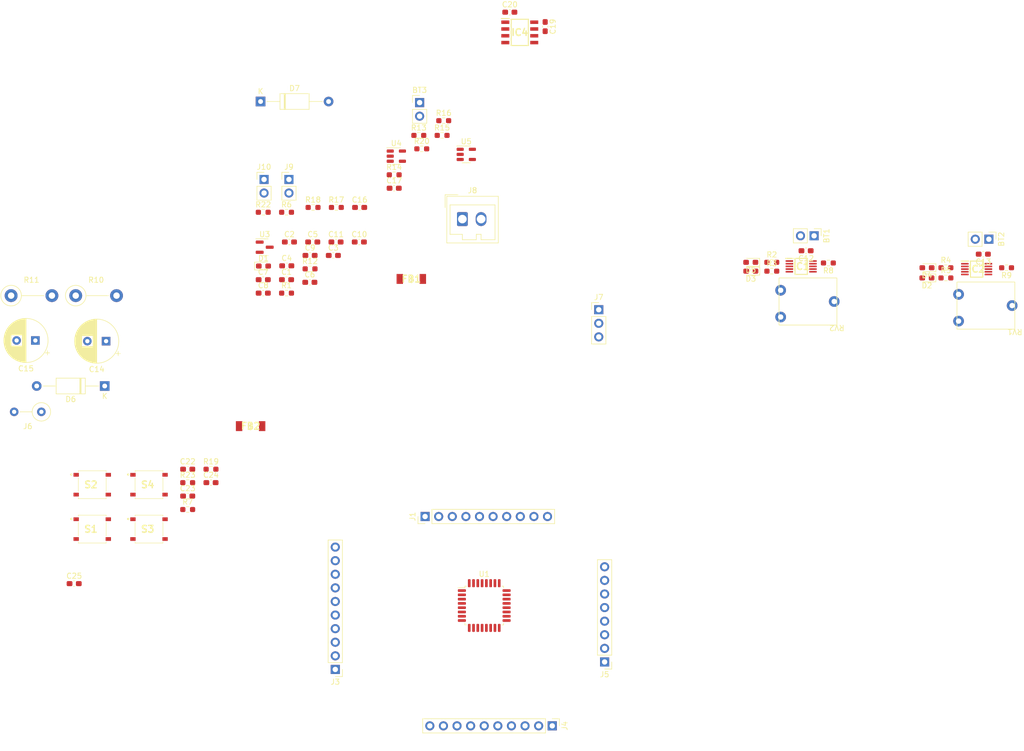
<source format=kicad_pcb>
(kicad_pcb (version 20211014) (generator pcbnew)
  (layers (0 "F.Cu" signal) (31 "B.Cu" signal) (34 "B.Paste" user) (35 "F.Paste" user) (36 "B.SilkS" user "B.Silkscreen") (37 "F.SilkS" user "F.Silkscreen") (38 "B.Mask" user) (39 "F.Mask" user) (44 "Edge.Cuts" user))
  (net 0 "")
  (net 1 "Net-(BT3-Pad1)")
  (net 2 "GND")
  (net 3 "Net-(C16-Pad1)")
  (net 4 "Net-(C14-Pad1)")
  (net 5 "Net-(C14-Pad2)")
  (net 6 "Net-(D2-Pad1)")
  (net 7 "VBUS")
  (net 8 "Net-(D3-Pad1)")
  (net 9 "Net-(D4-Pad1)")
  (net 10 "Net-(D5-Pad1)")
  (net 11 "+3.3VA")
  (net 12 "+5V")
  (net 13 "Net-(IC1-Pad3)")
  (net 14 "Net-(IC1-Pad4)")
  (net 15 "Net-(IC1-Pad6)")
  (net 17 "Net-(IC1-Pad8)")
  (net 18 "Net-(IC2-Pad3)")
  (net 19 "Net-(IC2-Pad4)")
  (net 20 "Net-(IC2-Pad6)")
  (net 22 "Net-(IC2-Pad8)")
  (net 23 "SPI_MOSI")
  (net 24 "SPI_MISO")
  (net 25 "SPI_CLK")
  (net 26 "SPI_SS")
  (net 27 "SDW_DO")
  (net 28 "SWD_CLK")
  (net 29 "I2C_CLK")
  (net 30 "I2C_SDA")
  (net 31 "wakeup1")
  (net 32 "RCC_MCO_clk")
  (net 33 "/NRST")
  (net 34 "PB9")
  (net 35 "PA7")
  (net 36 "Net-(C17-Pad2)")
  (net 37 "Net-(D1-Pad1)")
  (net 38 "PB1")
  (net 39 "PB0")
  (net 40 "PA2")
  (net 41 "PA1")
  (net 42 "UART_TX")
  (net 43 "UART_RX")
  (net 44 "UART_CTS")
  (net 45 "UART_RTS")
  (net 46 "/osc_in")
  (net 47 "/osc_out")
  (net 48 "ADC1")
  (net 49 "ADC2")
  (net 50 "Net-(D6-Pad2)")
  (net 51 "+VDC")
  (net 54 "Net-(J9-Pad1)")
  (net 55 "Net-(J10-Pad1)")
  (net 56 "Net-(R6-Pad2)")
  (net 57 "ADC4")
  (net 58 "test_pwm")
  (net 59 "Net-(R15-Pad1)")
  (net 60 "Net-(JP1-Pad2)")
  (net 61 "ADC3")
  (net 62 "Net-(JP2-Pad1)")
  (net 63 "Net-(Q1-Pad2)")
  (net 64 "Net-(C3-Pad2)")
  (net 65 "OpAmp_power")
  (net 66 "/power_USB_BATT/LDO")
  (net 70 "Net-(C18-Pad2)")
  (net 71 "Net-(C22-Pad2)")
  (net 72 "Net-(C23-Pad2)")
  (net 73 "Net-(C24-Pad2)")
  (net 77 "ADC5")
  (footprint "Resistor_SMD:R_0603_1608Metric_Pad0.98x0.95mm_HandSolder" (layer "F.Cu") (at 184.612 72.2884 180)
    (fp_text reference "R8" (at 0 -1.43) (layer "F.SilkS"))
    (fp_text value "10k")
    (pad "1" smd roundrect (at -0.9125 0 180) (size 0.975 0.95) (layers "F.Cu" "F.Paste" "F.Mask") (net 2 "GND"))
    (pad "2" smd roundrect (at 0.9125 0 180) (size 0.975 0.95) (layers "F.Cu" "F.Paste" "F.Mask") (net 17 "Net-(IC1-Pad8)"))
  )
  (footprint "Resistor_THT:R_Axial_DIN0411_L9.9mm_D3.6mm_P7.62mm_Vertical" (layer "F.Cu") (at 44.069 78.3844)
    (fp_text reference "R10" (at 3.81 -2.92) (layer "F.SilkS"))
    (fp_text value "1M")
    (pad "1" thru_hole circle (at 0 0) (size 2.4 2.4) (drill 1.2) (layers *.Cu *.Mask) (net 5 "Net-(C14-Pad2)"))
    (pad "2" thru_hole oval (at 7.62 0) (size 2.4 2.4) (drill 1.2) (layers *.Cu *.Mask) (net 4 "Net-(C14-Pad1)"))
  )
  (footprint "Diode_THT:D_A-405_P12.70mm_Horizontal" (layer "F.Cu") (at 78.585 42.1164)
    (fp_text reference "D7" (at 6.35 -2.47) (layer "F.SilkS"))
    (fp_text value "D_Shockley")
    (fp_text user "K" (at 0 -1.9) (layer "F.SilkS"))
    (pad "1" thru_hole rect (at 0 0) (size 1.8 1.8) (drill 0.9) (layers *.Cu *.Mask) (net 51 "+VDC"))
    (pad "2" thru_hole oval (at 12.7 0) (size 1.8 1.8) (drill 0.9) (layers *.Cu *.Mask) (net 12 "+5V"))
  )
  (footprint "Resistor_SMD:R_0603_1608Metric_Pad0.98x0.95mm_HandSolder" (layer "F.Cu") (at 174.0475 73.8124)
    (fp_text reference "R3" (at 0 -1.43) (layer "F.SilkS"))
    (fp_text value "470")
    (pad "1" smd roundrect (at -0.9125 0) (size 0.975 0.95) (layers "F.Cu" "F.Paste" "F.Mask") (net 8 "Net-(D3-Pad1)"))
    (pad "2" smd roundrect (at 0.9125 0) (size 0.975 0.95) (layers "F.Cu" "F.Paste" "F.Mask") (net 14 "Net-(IC1-Pad4)"))
  )
  (footprint "Resistor_SMD:R_0603_1608Metric_Pad0.98x0.95mm_HandSolder" (layer "F.Cu") (at 103.535 55.8064)
    (fp_text reference "R14" (at 0 -1.43) (layer "F.SilkS"))
    (fp_text value "10k")
    (pad "1" smd roundrect (at -0.9125 0) (size 0.975 0.95) (layers "F.Cu" "F.Paste" "F.Mask") (net 3 "Net-(C16-Pad1)"))
    (pad "2" smd roundrect (at 0.9125 0) (size 0.975 0.95) (layers "F.Cu" "F.Paste" "F.Mask") (net 58 "test_pwm"))
  )
  (footprint "Connector_Wago:Wago_734-132_1x02_P3.50mm_Vertical" (layer "F.Cu") (at 116.2656 64.0858)
    (fp_text reference "J8" (at 1.9 -5.35) (layer "F.SilkS"))
    (fp_text value "Conn_01x02")
    (pad "1" thru_hole roundrect (at 0 0) (size 2 2.6) (drill 1.6) (layers *.Cu *.Mask) (roundrect_rratio 0.125) (net 2 "GND"))
    (pad "2" thru_hole oval (at 3.5 0) (size 2 2.6) (drill 1.6) (layers *.Cu *.Mask) (net 1 "Net-(BT3-Pad1)"))
  )
  (footprint "Resistor_SMD:R_0603_1608Metric_Pad0.98x0.95mm_HandSolder" (layer "F.Cu") (at 174.0475 72.1614)
    (fp_text reference "R2" (at 0 -1.43) (layer "F.SilkS"))
    (fp_text value "470")
    (pad "1" smd roundrect (at -0.9125 0) (size 0.975 0.95) (layers "F.Cu" "F.Paste" "F.Mask") (net 6 "Net-(D2-Pad1)"))
    (pad "2" smd roundrect (at 0.9125 0) (size 0.975 0.95) (layers "F.Cu" "F.Paste" "F.Mask") (net 13 "Net-(IC1-Pad3)"))
  )
  (footprint "LED_SMD:LED_0603_1608Metric_Pad1.05x0.95mm_HandSolder" (layer "F.Cu") (at 170.12 72.1614 180)
    (fp_text reference "D5" (at 0 -1.43) (layer "F.SilkS"))
    (fp_text value "LED_Small")
    (pad "1" smd roundrect (at -0.875 0 180) (size 1.05 0.95) (layers "F.Cu" "F.Paste" "F.Mask") (net 10 "Net-(D5-Pad1)"))
    (pad "2" smd roundrect (at 0.875 0 180) (size 1.05 0.95) (layers "F.Cu" "F.Paste" "F.Mask") (net 12 "+5V"))
  )
  (footprint "Resistor_SMD:R_0603_1608Metric_Pad0.98x0.95mm_HandSolder" (layer "F.Cu") (at 112.785 45.6964)
    (fp_text reference "R16" (at 0 -1.43) (layer "F.SilkS"))
    (fp_text value "5m")
    (pad "1" smd roundrect (at -0.9125 0) (size 0.975 0.95) (layers "F.Cu" "F.Paste" "F.Mask") (net 61 "ADC3"))
    (pad "2" smd roundrect (at 0.9125 0) (size 0.975 0.95) (layers "F.Cu" "F.Paste" "F.Mask") (net 2 "GND"))
  )
  (footprint "SamacSys_Parts:SOIC127P600X170-8N" (layer "F.Cu") (at 126.986 29.1984)
    (fp_text reference "IC4" (at 0 0) (layer "F.SilkS") (effects (font (size 1.27 1.27) (thickness 0.254))))
    (fp_text value "AP2112M-3.3TRG1" hide)
    (pad "1" smd rect locked (at -2.7 -1.905 90) (size 0.65 1.5) (layers "F.Cu" "F.Paste" "F.Mask") (net 66 "/power_USB_BATT/LDO"))
    (pad "2" smd rect locked (at -2.7 -0.635 90) (size 0.65 1.5) (layers "F.Cu" "F.Paste" "F.Mask"))
    (pad "3" smd rect locked (at -2.7 0.635 90) (size 0.65 1.5) (layers "F.Cu" "F.Paste" "F.Mask"))
    (pad "4" smd rect locked (at -2.7 1.905 90) (size 0.65 1.5) (layers "F.Cu" "F.Paste" "F.Mask"))
    (pad "5" smd rect locked (at 2.7 1.905 90) (size 0.65 1.5) (layers "F.Cu" "F.Paste" "F.Mask") (net 12 "+5V"))
    (pad "6" smd rect locked (at 2.7 0.635 90) (size 0.65 1.5) (layers "F.Cu" "F.Paste" "F.Mask") (net 2 "GND"))
    (pad "7" smd rect locked (at 2.7 -0.635 90) (size 0.65 1.5) (layers "F.Cu" "F.Paste" "F.Mask") (net 2 "GND"))
    (pad "8" smd rect locked (at 2.7 -1.905 90) (size 0.65 1.5) (layers "F.Cu" "F.Paste" "F.Mask") (net 70 "Net-(C18-Pad2)"))
  )
  (footprint "Capacitor_SMD:C_0603_1608Metric_Pad1.08x0.95mm_HandSolder" (layer "F.Cu") (at 64.978 115.8402)
    (fp_text reference "C23" (at 0 -1.43) (layer "F.SilkS"))
    (fp_text value "100n")
    (pad "1" smd roundrect (at -0.8625 0) (size 1.075 0.95) (layers "F.Cu" "F.Paste" "F.Mask") (net 2 "GND"))
    (pad "2" smd roundrect (at 0.8625 0) (size 1.075 0.95) (layers "F.Cu" "F.Paste" "F.Mask") (net 72 "Net-(C23-Pad2)"))
  )
  (footprint "LED_SMD:LED_0603_1608Metric_Pad1.05x0.95mm_HandSolder" (layer "F.Cu") (at 170.134 73.8124 180)
    (fp_text reference "D3" (at 0 -1.43) (layer "F.SilkS"))
    (fp_text value "LED_Small")
    (pad "1" smd roundrect (at -0.875 0 180) (size 1.05 0.95) (layers "F.Cu" "F.Paste" "F.Mask") (net 8 "Net-(D3-Pad1)"))
    (pad "2" smd roundrect (at 0.875 0 180) (size 1.05 0.95) (layers "F.Cu" "F.Paste" "F.Mask") (net 12 "+5V"))
  )
  (footprint "Capacitor_SMD:C_0603_1608Metric_Pad1.08x0.95mm_HandSolder" (layer "F.Cu") (at 79.085 77.9164)
    (fp_text reference "C8" (at 0 -1.43) (layer "F.SilkS"))
    (fp_text value "10n")
    (pad "1" smd roundrect (at -0.8625 0) (size 1.075 0.95) (layers "F.Cu" "F.Paste" "F.Mask") (net 11 "+3.3VA"))
    (pad "2" smd roundrect (at 0.8625 0) (size 1.075 0.95) (layers "F.Cu" "F.Paste" "F.Mask") (net 2 "GND"))
  )
  (footprint "Capacitor_SMD:C_0603_1608Metric_Pad1.08x0.95mm_HandSolder" (layer "F.Cu") (at 97.025 68.3664)
    (fp_text reference "C10" (at 0 -1.43) (layer "F.SilkS"))
    (fp_text value "1u")
    (pad "1" smd roundrect (at -0.8625 0) (size 1.075 0.95) (layers "F.Cu" "F.Paste" "F.Mask") (net 65 "OpAmp_power"))
    (pad "2" smd roundrect (at 0.8625 0) (size 1.075 0.95) (layers "F.Cu" "F.Paste" "F.Mask") (net 2 "GND"))
  )
  (footprint "SamacSys_Parts:PTS526SK15SMTR2LFS" (layer "F.Cu") (at 57.753 113.7152)
    (fp_text reference "S4" (at -0.25 0) (layer "F.SilkS") (effects (font (size 1.27 1.27) (thickness 0.254))))
    (fp_text value "PTS526_SK15_SMTR2_LFS" hide)
    (pad "1" smd rect locked (at -3 -1.85 90) (size 0.7 1) (layers "F.Cu" "F.Paste" "F.Mask") (net 73 "Net-(C24-Pad2)"))
    (pad "2" smd rect locked (at 3 -1.85 90) (size 0.7 1) (layers "F.Cu" "F.Paste" "F.Mask") (net 73 "Net-(C24-Pad2)"))
    (pad "3" smd rect locked (at -3 1.85 90) (size 0.7 1) (layers "F.Cu" "F.Paste" "F.Mask") (net 38 "PB1"))
    (pad "4" smd rect locked (at 3 1.85 90) (size 0.7 1) (layers "F.Cu" "F.Paste" "F.Mask") (net 38 "PB1"))
  )
  (footprint "SamacSys_Parts:SOP50P490X110-10N" (layer "F.Cu") (at 212.298 73.4314)
    (fp_text reference "IC2" (at 0 0) (layer "F.SilkS") (effects (font (size 1.27 1.27) (thickness 0.254))))
    (fp_text value "MCP73834T-FCI_UN" hide)
    (pad "1" smd rect locked (at -2.2 -1 90) (size 0.3 1.4) (layers "F.Cu" "F.Paste" "F.Mask") (net 12 "+5V"))
    (pad "2" smd rect locked (at -2.2 -0.5 90) (size 0.3 1.4) (layers "F.Cu" "F.Paste" "F.Mask") (net 12 "+5V"))
    (pad "3" smd rect locked (at -2.2 0 90) (size 0.3 1.4) (layers "F.Cu" "F.Paste" "F.Mask") (net 18 "Net-(IC2-Pad3)"))
    (pad "4" smd rect locked (at -2.2 0.5 90) (size 0.3 1.4) (layers "F.Cu" "F.Paste" "F.Mask") (net 19 "Net-(IC2-Pad4)"))
    (pad "5" smd rect locked (at -2.2 1 90) (size 0.3 1.4) (layers "F.Cu" "F.Paste" "F.Mask") (net 2 "GND"))
    (pad "6" smd rect locked (at 2.2 1 90) (size 0.3 1.4) (layers "F.Cu" "F.Paste" "F.Mask") (net 20 "Net-(IC2-Pad6)"))
    (pad "7" smd rect locked (at 2.2 0.5 90) (size 0.3 1.4) (layers "F.Cu" "F.Paste" "F.Mask"))
    (pad "8" smd rect locked (at 2.2 0 90) (size 0.3 1.4) (layers "F.Cu" "F.Paste" "F.Mask") (net 22 "Net-(IC2-Pad8)"))
    (pad "9" smd rect locked (at 2.2 -0.5 90) (size 0.3 1.4) (layers "F.Cu" "F.Paste" "F.Mask") (net 49 "ADC2"))
    (pad "10" smd rect locked (at 2.2 -1 90) (size 0.3 1.4) (layers "F.Cu" "F.Paste" "F.Mask") (net 49 "ADC2"))
  )
  (footprint "Resistor_SMD:R_0603_1608Metric_Pad0.98x0.95mm_HandSolder" (layer "F.Cu") (at 83.435 62.8064)
    (fp_text reference "R6" (at 0 -1.43) (layer "F.SilkS"))
    (fp_text value "10k")
    (pad "1" smd roundrect (at -0.9125 0) (size 0.975 0.95) (layers "F.Cu" "F.Paste" "F.Mask") (net 36 "Net-(C17-Pad2)"))
    (pad "2" smd roundrect (at 0.9125 0) (size 0.975 0.95) (layers "F.Cu" "F.Paste" "F.Mask") (net 56 "Net-(R6-Pad2)"))
  )
  (footprint "LED_SMD:LED_0603_1608Metric_Pad1.05x0.95mm_HandSolder" (layer "F.Cu") (at 203.013 75.0824 180)
    (fp_text reference "D2" (at 0 -1.43) (layer "F.SilkS"))
    (fp_text value "LED_Small")
    (pad "1" smd roundrect (at -0.875 0 180) (size 1.05 0.95) (layers "F.Cu" "F.Paste" "F.Mask") (net 6 "Net-(D2-Pad1)"))
    (pad "2" smd roundrect (at 0.875 0 180) (size 1.05 0.95) (layers "F.Cu" "F.Paste" "F.Mask") (net 12 "+5V"))
  )
  (footprint "Package_TO_SOT_SMD:SOT-23-5" (layer "F.Cu") (at 116.9972 51.9938)
    (fp_text reference "U5" (at 0 -2.4) (layer "F.SilkS"))
    (fp_text value "OP179GRT")
    (pad "1" smd roundrect (at -1.1375 -0.95) (size 1.325 0.6) (layers "F.Cu" "F.Paste" "F.Mask") (net 63 "Net-(Q1-Pad2)"))
    (pad "2" smd roundrect (at -1.1375 0) (size 1.325 0.6) (layers "F.Cu" "F.Paste" "F.Mask") (net 65 "OpAmp_power"))
    (pad "3" smd roundrect (at -1.1375 0.95) (size 1.325 0.6) (layers "F.Cu" "F.Paste" "F.Mask") (net 36 "Net-(C17-Pad2)"))
    (pad "4" smd roundrect (at 1.1375 0.95) (size 1.325 0.6) (layers "F.Cu" "F.Paste" "F.Mask") (net 59 "Net-(R15-Pad1)"))
    (pad "5" smd roundrect (at 1.1375 -0.95) (size 1.325 0.6) (layers "F.Cu" "F.Paste" "F.Mask") (net 2 "GND"))
  )
  (footprint "Capacitor_THT:CP_Radial_D8.0mm_P3.50mm" (layer "F.Cu") (at 36.531651 86.7664 180)
    (fp_text reference "C15" (at 1.75 -5.25) (layer "F.SilkS"))
    (fp_text value "3.3")
    (pad "1" thru_hole rect (at 0 0 180) (size 1.6 1.6) (drill 0.8) (layers *.Cu *.Mask) (net 5 "Net-(C14-Pad2)"))
    (pad "2" thru_hole circle (at 3.5 0 180) (size 1.6 1.6) (drill 0.8) (layers *.Cu *.Mask) (net 2 "GND"))
  )
  (footprint "Resistor_SMD:R_0603_1608Metric_Pad0.98x0.95mm_HandSolder" (layer "F.Cu") (at 108.135 48.4464)
    (fp_text reference "R13" (at 0 -1.43) (layer "F.SilkS"))
    (fp_text value "47k")
    (pad "1" smd roundrect (at -0.9125 0) (size 0.975 0.95) (layers "F.Cu" "F.Paste" "F.Mask") (net 58 "test_pwm"))
    (pad "2" smd roundrect (at 0.9125 0) (size 0.975 0.95) (layers "F.Cu" "F.Paste" "F.Mask") (net 2 "GND"))
  )
  (footprint "Resistor_SMD:R_0603_1608Metric_Pad0.98x0.95mm_HandSolder" (layer "F.Cu") (at 217.886 73.1774 180)
    (fp_text reference "R9" (at 0 -1.43) (layer "F.SilkS"))
    (fp_text value "10k")
    (pad "1" smd roundrect (at -0.9125 0 180) (size 0.975 0.95) (layers "F.Cu" "F.Paste" "F.Mask") (net 2 "GND"))
    (pad "2" smd roundrect (at 0.9125 0 180) (size 0.975 0.95) (layers "F.Cu" "F.Paste" "F.Mask") (net 22 "Net-(IC2-Pad8)"))
  )
  (footprint "Z_mycustom_footprint_lib:2002102255" (layer "F.Cu") (at 186.2004 83.8832 180)
    (fp_text reference "RV2" (at 0 -0.5 180 unlocked) (layer "F.SilkS"))
    (fp_text value "4.7k")
    (pad "1" thru_hole circle (at 10.5 1.5 180) (size 2 2) (drill 1) (layers *.Cu *.Mask) (net 15 "Net-(IC1-Pad6)"))
    (pad "2" thru_hole circle (at 0.5 4.4 180) (size 2 2) (drill 1) (layers *.Cu *.Mask) (net 2 "GND"))
    (pad "3" thru_hole circle (at 10.5 6.5 180) (size 2 2) (drill 1) (layers *.Cu *.Mask) (net 54 "Net-(J9-Pad1)"))
  )
  (footprint "Resistor_SMD:R_0603_1608Metric_Pad0.98x0.95mm_HandSolder" (layer "F.Cu") (at 64.978 118.3502)
    (fp_text reference "R7" (at 0 -1.43) (layer "F.SilkS"))
    (fp_text value "10k")
    (pad "1" smd roundrect (at -0.9125 0) (size 0.975 0.95) (layers "F.Cu" "F.Paste" "F.Mask") (net 39 "PB0"))
    (pad "2" smd roundrect (at 0.9125 0) (size 0.975 0.95) (layers "F.Cu" "F.Paste" "F.Mask") (net 65 "OpAmp_power"))
  )
  (footprint "Package_QFP:LQFP-32_7x7mm_P0.8mm" (layer "F.Cu") (at 120.35 136.2964)
    (fp_text reference "U1" (at 0 -5.88) (layer "F.SilkS"))
    (fp_text value "STM32L011K4Tx")
    (pad "1" smd roundrect (at -4.175 -2.8) (size 1.5 0.5) (layers "F.Cu" "F.Paste" "F.Mask") (net 65 "OpAmp_power"))
    (pad "2" smd roundrect (at -4.175 -2) (size 1.5 0.5) (layers "F.Cu" "F.Paste" "F.Mask") (net 46 "/osc_in"))
    (pad "3" smd roundrect (at -4.175 -1.2) (size 1.5 0.5) (layers "F.Cu" "F.Paste" "F.Mask") (net 47 "/osc_out"))
    (pad "4" smd roundrect (at -4.175 -0.4) (size 1.5 0.5) (layers "F.Cu" "F.Paste" "F.Mask") (net 33 "/NRST"))
    (pad "5" smd roundrect (at -4.175 0.4) (size 1.5 0.5) (layers "F.Cu" "F.Paste" "F.Mask") (net 11 "+3.3VA"))
    (pad "6" smd roundrect (at -4.175 1.2) (size 1.5 0.5) (layers "F.Cu" "F.Paste" "F.Mask") (net 31 "wakeup1"))
    (pad "7" smd roundrect (at -4.175 2) (size 1.5 0.5) (layers "F.Cu" "F.Paste" "F.Mask") (net 41 "PA1"))
    (pad "8" smd roundrect (at -4.175 2.8) (size 1.5 0.5) (layers "F.Cu" "F.Paste" "F.Mask") (net 40 "PA2"))
    (pad "9" smd roundrect (at -2.8 4.175) (size 0.5 1.5) (layers "F.Cu" "F.Paste" "F.Mask") (net 48 "ADC1"))
    (pad "10" smd roundrect (at -2 4.175) (size 0.5 1.5) (layers "F.Cu" "F.Paste" "F.Mask") (net 49 "ADC2"))
    (pad "11" smd roundrect (at -1.2 4.175) (size 0.5 1.5) (layers "F.Cu" "F.Paste" "F.Mask") (net 61 "ADC3"))
    (pad "12" smd roundrect (at -0.4 4.175) (size 0.5 1.5) (layers "F.Cu" "F.Paste" "F.Mask") (net 57 "ADC4"))
    (pad "13" smd roundrect (at 0.4 4.175) (size 0.5 1.5) (layers "F.Cu" "F.Paste" "F.Mask") (net 35 "PA7"))
    (pad "14" smd roundrect (at 1.2 4.175) (size 0.5 1.5) (layers "F.Cu" "F.Paste" "F.Mask") (net 39 "PB0"))
    (pad "15" smd roundrect (at 2 4.175) (size 0.5 1.5) (layers "F.Cu" "F.Paste" "F.Mask") (net 38 "PB1"))
    (pad "16" smd roundrect (at 2.8 4.175) (size 0.5 1.5) (layers "F.Cu" "F.Paste" "F.Mask") (net 2 "GND"))
    (pad "17" smd roundrect (at 4.175 2.8) (size 1.5 0.5) (layers "F.Cu" "F.Paste" "F.Mask") (net 65 "OpAmp_power"))
    (pad "18" smd roundrect (at 4.175 2) (size 1.5 0.5) (layers "F.Cu" "F.Paste" "F.Mask") (net 32 "RCC_MCO_clk"))
    (pad "19" smd roundrect (at 4.175 1.2) (size 1.5 0.5) (layers "F.Cu" "F.Paste" "F.Mask") (net 42 "UART_TX"))
    (pad "20" smd roundrect (at 4.175 0.4) (size 1.5 0.5) (layers "F.Cu" "F.Paste" "F.Mask") (net 43 "UART_RX"))
    (pad "21" smd roundrect (at 4.175 -0.4) (size 1.5 0.5) (layers "F.Cu" "F.Paste" "F.Mask") (net 44 "UART_CTS"))
    (pad "22" smd roundrect (at 4.175 -1.2) (size 1.5 0.5) (layers "F.Cu" "F.Paste" "F.Mask") (net 45 "UART_RTS"))
    (pad "23" smd roundrect (at 4.175 -2) (size 1.5 0.5) (layers "F.Cu" "F.Paste" "F.Mask") (net 28 "SWD_CLK"))
    (pad "24" smd roundrect (at 4.175 -2.8) (size 1.5 0.5) (layers "F.Cu" "F.Paste" "F.Mask") (net 27 "SDW_DO"))
    (pad "25" smd roundrect (at 2.8 -4.175) (size 0.5 1.5) (layers "F.Cu" "F.Paste" "F.Mask") (net 26 "SPI_SS"))
    (pad "26" smd roundrect (at 2 -4.175) (size 0.5 1.5) (layers "F.Cu" "F.Paste" "F.Mask") (net 25 "SPI_CLK"))
    (pad "27" smd roundrect (at 1.2 -4.175) (size 0.5 1.5) (layers "F.Cu" "F.Paste" "F.Mask") (net 24 "SPI_MISO"))
    (pad "28" smd roundrect (at 0.4 -4.175) (size 0.5 1.5) (layers "F.Cu" "F.Paste" "F.Mask") (net 23 "SPI_MOSI"))
    (pad "29" smd roundrect (at -0.4 -4.175) (size 0.5 1.5) (layers "F.Cu" "F.Paste" "F.Mask") (net 29 "I2C_CLK"))
    (pad "30" smd roundrect (at -1.2 -4.175) (size 0.5 1.5) (layers "F.Cu" "F.Paste" "F.Mask") (net 30 "I2C_SDA"))
    (pad "31" smd roundrect (at -2 -4.175) (size 0.5 1.5) (layers "F.Cu" "F.Paste" "F.Mask") (net 34 "PB9"))
    (pad "32" smd roundrect (at -2.8 -4.175) (size 0.5 1.5) (layers "F.Cu" "F.Paste" "F.Mask") (net 2 "GND"))
  )
  (footprint "Diode_THT:D_A-405_P12.70mm_Horizontal" (layer "F.Cu") (at 49.484 95.2754 180)
    (fp_text reference "D6" (at 6.35 -2.47) (layer "F.SilkS"))
    (fp_text value "D_Shockley")
    (fp_text user "K" (at 0 -1.9) (layer "F.SilkS"))
    (pad "1" thru_hole rect (at 0 0 180) (size 1.8 1.8) (drill 0.9) (layers *.Cu *.Mask) (net 4 "Net-(C14-Pad1)"))
    (pad "2" thru_hole oval (at 12.7 0 180) (size 1.8 1.8) (drill 0.9) (layers *.Cu *.Mask) (net 50 "Net-(D6-Pad2)"))
  )
  (footprint "Resistor_SMD:R_0603_1608Metric_Pad0.98x0.95mm_HandSolder" (layer "F.Cu") (at 206.5595 73.1774)
    (fp_text reference "R4" (at 0 -1.43) (layer "F.SilkS"))
    (fp_text value "470")
    (pad "1" smd roundrect (at -0.9125 0) (size 0.975 0.95) (layers "F.Cu" "F.Paste" "F.Mask") (net 9 "Net-(D4-Pad1)"))
    (pad "2" smd roundrect (at 0.9125 0) (size 0.975 0.95) (layers "F.Cu" "F.Paste" "F.Mask") (net 18 "Net-(IC2-Pad3)"))
  )
  (footprint "SamacSys_Parts:SOP50P490X110-10N" (layer "F.Cu") (at 179.532 72.9234)
    (fp_text reference "IC1" (at 0 0) (layer "F.SilkS") (effects (font (size 1.27 1.27) (thickness 0.254))))
    (fp_text value "MCP73834T-FCI_UN" hide)
    (pad "1" smd rect locked (at -2.2 -1 90) (size 0.3 1.4) (layers "F.Cu" "F.Paste" "F.Mask") (net 12 "+5V"))
    (pad "2" smd rect locked (at -2.2 -0.5 90) (size 0.3 1.4) (layers "F.Cu" "F.Paste" "F.Mask") (net 12 "+5V"))
    (pad "3" smd rect locked (at -2.2 0 90) (size 0.3 1.4) (layers "F.Cu" "F.Paste" "F.Mask") (net 13 "Net-(IC1-Pad3)"))
    (pad "4" smd rect locked (at -2.2 0.5 90) (size 0.3 1.4) (layers "F.Cu" "F.Paste" "F.Mask") (net 14 "Net-(IC1-Pad4)"))
    (pad "5" smd rect locked (at -2.2 1 90) (size 0.3 1.4) (layers "F.Cu" "F.Paste" "F.Mask") (net 2 "GND"))
    (pad "6" smd rect locked (at 2.2 1 90) (size 0.3 1.4) (layers "F.Cu" "F.Paste" "F.Mask") (net 15 "Net-(IC1-Pad6)"))
    (pad "7" smd rect locked (at 2.2 0.5 90) (size 0.3 1.4) (layers "F.Cu" "F.Paste" "F.Mask"))
    (pad "8" smd rect locked (at 2.2 0 90) (size 0.3 1.4) (layers "F.Cu" "F.Paste" "F.Mask") (net 17 "Net-(IC1-Pad8)"))
    (pad "9" smd rect locked (at 2.2 -0.5 90) (size 0.3 1.4) (layers "F.Cu" "F.Paste" "F.Mask") (net 48 "ADC1"))
    (pad "10" smd rect locked (at 2.2 -1 90) (size 0.3 1.4) (layers "F.Cu" "F.Paste" "F.Mask") (net 48 "ADC1"))
  )
  (footprint "Connector_PinHeader_2.54mm:PinHeader_1x02_P2.54mm_Vertical" (layer "F.Cu") (at 79.235 56.6764)
    (fp_text reference "J10" (at 0 -2.33) (layer "F.SilkS"))
    (fp_text value "Conn_01x02")
    (pad "1" thru_hole rect (at 0 0) (size 1.7 1.7) (drill 1) (layers *.Cu *.Mask) (net 55 "Net-(J10-Pad1)"))
    (pad "2" thru_hole oval (at 0 2.54) (size 1.7 1.7) (drill 1) (layers *.Cu *.Mask) (net 2 "GND"))
  )
  (footprint "Connector_PinHeader_2.54mm:PinHeader_1x03_P2.54mm_Vertical" (layer "F.Cu") (at 141.735 81.0184)
    (fp_text reference "J7" (at 0 -2.33) (layer "F.SilkS"))
    (fp_text value "Conn_01x03")
    (pad "1" thru_hole rect (at 0 0) (size 1.7 1.7) (drill 1) (layers *.Cu *.Mask) (net 48 "ADC1"))
    (pad "2" thru_hole oval (at 0 2.54) (size 1.7 1.7) (drill 1) (layers *.Cu *.Mask) (net 2 "GND"))
    (pad "3" thru_hole oval (at 0 5.08) (size 1.7 1.7) (drill 1) (layers *.Cu *.Mask) (net 49 "ADC2"))
  )
  (footprint "LED_SMD:LED_0603_1608Metric_Pad1.05x0.95mm_HandSolder" (layer "F.Cu") (at 203.027 73.1774 180)
    (fp_text reference "D4" (at 0 -1.43) (layer "F.SilkS"))
    (fp_text value "LED_Small")
    (pad "1" smd roundrect (at -0.875 0 180) (size 1.05 0.95) (layers "F.Cu" "F.Paste" "F.Mask") (net 9 "Net-(D4-Pad1)"))
    (pad "2" smd roundrect (at 0.875 0 180) (size 1.05 0.95) (layers "F.Cu" "F.Paste" "F.Mask") (net 12 "+5V"))
  )
  (footprint "Connector_PinHeader_2.54mm:PinHeader_1x02_P2.54mm_Vertical" (layer "F.Cu") (at 108.285 42.3164)
    (fp_text reference "BT3" (at 0 -2.33) (layer "F.SilkS"))
    (fp_text value "Battery_Cell")
    (pad "1" thru_hole rect (at 0 0) (size 1.7 1.7) (drill 1) (layers *.Cu *.Mask) (net 1 "Net-(BT3-Pad1)"))
    (pad "2" thru_hole oval (at 0 2.54) (size 1.7 1.7) (drill 1) (layers *.Cu *.Mask) (net 2 "GND"))
  )
  (footprint "Capacitor_SMD:C_0603_1608Metric_Pad1.08x0.95mm_HandSolder" (layer "F.Cu") (at 69.328 113.3302)
    (fp_text reference "C24" (at 0 -1.43) (layer "F.SilkS"))
    (fp_text value "100n")
    (pad "1" smd roundrect (at -0.8625 0) (size 1.075 0.95) (layers "F.Cu" "F.Paste" "F.Mask") (net 2 "GND"))
    (pad "2" smd roundrect (at 0.8625 0) (size 1.075 0.95) (layers "F.Cu" "F.Paste" "F.Mask") (net 73 "Net-(C24-Pad2)"))
  )
  (footprint "Capacitor_SMD:C_0603_1608Metric_Pad1.08x0.95mm_HandSolder" (layer "F.Cu") (at 87.825 70.8764)
    (fp_text reference "C9" (at 0 -1.43) (layer "F.SilkS"))
    (fp_text value "1u")
    (pad "1" smd roundrect (at -0.8625 0) (size 1.075 0.95) (layers "F.Cu" "F.Paste" "F.Mask") (net 11 "+3.3VA"))
    (pad "2" smd roundrect (at 0.8625 0) (size 1.075 0.95) (layers "F.Cu" "F.Paste" "F.Mask") (net 2 "GND"))
  )
  (footprint "Capacitor_SMD:C_0603_1608Metric_Pad1.08x0.95mm_HandSolder" (layer "F.Cu") (at 125.1252 25.4254)
    (fp_text reference "C20" (at 0 -1.43) (layer "F.SilkS"))
    (fp_text value "1u")
    (pad "1" smd roundrect (at -0.8625 0) (size 1.075 0.95) (layers "F.Cu" "F.Paste" "F.Mask") (net 66 "/power_USB_BATT/LDO"))
    (pad "2" smd roundrect (at 0.8625 0) (size 1.075 0.95) (layers "F.Cu" "F.Paste" "F.Mask") (net 2 "GND"))
  )
  (footprint "SamacSys_Parts:BEADC4516X185N" (layer "F.Cu") (at 76.725 102.7684)
    (fp_text reference "FB2" (at 0 0) (layer "F.SilkS") (effects (font (size 1.27 1.27) (thickness 0.254))))
    (fp_text value "HI1806T600R-10" hide)
    (pad "1" smd rect locked (at -2.15 0) (size 1.2 1.85) (layers "F.Cu" "F.Paste" "F.Mask") (net 7 "VBUS"))
    (pad "2" smd rect locked (at 2.15 0) (size 1.2 1.85) (layers "F.Cu" "F.Paste" "F.Mask") (net 12 "+5V"))
  )
  (footprint "Capacitor_THT:CP_Radial_D8.0mm_P3.50mm" (layer "F.Cu") (at 49.739651 86.8934 180)
    (fp_text reference "C14" (at 1.75 -5.25) (layer "F.SilkS"))
    (fp_text value "3.3")
    (pad "1" thru_hole rect (at 0 0 180) (size 1.6 1.6) (drill 0.8) (layers *.Cu *.Mask) (net 4 "Net-(C14-Pad1)"))
    (pad "2" thru_hole circle (at 3.5 0 180) (size 1.6 1.6) (drill 0.8) (layers *.Cu *.Mask) (net 5 "Net-(C14-Pad2)"))
  )
  (footprint "Connector_PinHeader_2.54mm:PinHeader_1x10_P2.54mm_Vertical" (layer "F.Cu") (at 109.306 119.6594 90)
    (fp_text reference "J1" (at 0 -2.33 90) (layer "F.SilkS"))
    (fp_text value "Conn_01x10")
    (pad "1" thru_hole rect (at 0 0 90) (size 1.7 1.7) (drill 1) (layers *.Cu *.Mask) (net 65 "OpAmp_power"))
    (pad "2" thru_hole oval (at 0 2.54 90) (size 1.7 1.7) (drill 1) (layers *.Cu *.Mask) (net 65 "OpAmp_power"))
    (pad "3" thru_hole oval (at 0 5.08 90) (size 1.7 1.7) (drill 1) (layers *.Cu *.Mask) (net 2 "GND"))
    (pad "4" thru_hole oval (at 0 7.62 90) (size 1.7 1.7) (drill 1) (layers *.Cu *.Mask) (net 23 "SPI_MOSI"))
    (pad "5" thru_hole oval (at 0 10.16 90) (size 1.7 1.7) (drill 1) (layers *.Cu *.Mask) (net 24 "SPI_MISO"))
    (pad "6" thru_hole oval (at 0 12.7 90) (size 1.7 1.7) (drill 1) (layers *.Cu *.Mask) (net 25 "SPI_CLK"))
    (pad "7" thru_hole oval (at 0 15.24 90) (size 1.7 1.7) (drill 1) (layers *.Cu *.Mask) (net 26 "SPI_SS"))
    (pad "8" thru_hole oval (at 0 17.78 90) (size 1.7 1.7) (drill 1) (layers *.Cu *.Mask) (net 2 "GND"))
    (pad "9" thru_hole oval (at 0 20.32 90) (size 1.7 1.7) (drill 1) (layers *.Cu *.Mask) (net 12 "+5V"))
    (pad "10" thru_hole oval (at 0 22.86 90) (size 1.7 1.7) (drill 1) (layers *.Cu *.Mask) (net 12 "+5V"))
  )
  (footprint "Capacitor_SMD:C_0603_1608Metric_Pad1.08x0.95mm_HandSolder" (layer "F.Cu") (at 43.778 132.2002)
    (fp_text reference "C25" (at 0 -1.43) (layer "F.SilkS"))
    (fp_text value "100n")
    (pad "1" smd roundrect (at -0.8625 0) (size 1.075 0.95) (layers "F.Cu" "F.Paste" "F.Mask") (net 65 "OpAmp_power"))
    (pad "2" smd roundrect (at 0.8625 0) (size 1.075 0.95) (layers "F.Cu" "F.Paste" "F.Mask") (net 2 "GND"))
  )
  (footprint "Capacitor_SMD:C_0603_1608Metric_Pad1.08x0.95mm_HandSolder" (layer "F.Cu") (at 92.175 70.8764)
    (fp_text reference "C3" (at 0 -1.43) (layer "F.SilkS"))
    (fp_text value "100n")
    (pad "1" smd roundrect (at -0.8625 0) (size 1.075 0.95) (layers "F.Cu" "F.Paste" "F.Mask") (net 2 "GND"))
    (pad "2" smd roundrect (at 0.8625 0) (size 1.075 0.95) (layers "F.Cu" "F.Paste" "F.Mask") (net 64 "Net-(C3-Pad2)"))
  )
  (footprint "Resistor_SMD:R_0603_1608Metric_Pad0.98x0.95mm_HandSolder" (layer "F.Cu") (at 206.5595 75.0824)
    (fp_text reference "R5" (at 0 -1.43) (layer "F.SilkS"))
    (fp_text value "470")
    (pad "1" smd roundrect (at -0.9125 0) (size 0.975 0.95) (layers "F.Cu" "F.Paste" "F.Mask") (net 10 "Net-(D5-Pad1)"))
    (pad "2" smd roundrect (at 0.9125 0) (size 0.975 0.95) (layers "F.Cu" "F.Paste" "F.Mask") (net 19 "Net-(IC2-Pad4)"))
  )
  (footprint "LED_SMD:LED_0603_1608Metric_Pad1.05x0.95mm_HandSolder" (layer "F.Cu") (at 79.13 72.8564)
    (fp_text reference "D1" (at 0 -1.43) (layer "F.SilkS"))
    (fp_text value "LED_Small")
    (pad "1" smd roundrect (at -0.875 0) (size 1.05 0.95) (layers "F.Cu" "F.Paste" "F.Mask") (net 37 "Net-(D1-Pad1)"))
    (pad "2" smd roundrect (at 0.875 0) (size 1.05 0.95) (layers "F.Cu" "F.Paste" "F.Mask") (net 12 "+5V"))
  )
  (footprint "Resistor_THT:R_Axial_DIN0309_L9.0mm_D3.2mm_P5.08mm_Vertical" (layer "F.Cu") (at 37.654 100.1014 180)
    (fp_text reference "J6" (at 2.54 -2.72) (layer "F.SilkS"))
    (fp_text value "Conn_01x02")
    (pad "1" thru_hole circle (at 0 0 180) (size 1.6 1.6) (drill 0.8) (layers *.Cu *.Mask) (net 4 "Net-(C14-Pad1)"))
    (pad "2" thru_hole oval (at 5.08 0 180) (size 1.6 1.6) (drill 0.8) (layers *.Cu *.Mask) (net 2 "GND"))
  )
  (footprint "Resistor_SMD:R_0603_1608Metric_Pad0.98x0.95mm_HandSolder" (layer "F.Cu") (at 64.978 113.3302)
    (fp_text reference "R23" (at 0 -1.43) (layer "F.SilkS"))
    (fp_text value "10k")
    (pad "1" smd roundrect (at -0.9125 0) (size 0.975 0.95) (layers "F.Cu" "F.Paste" "F.Mask") (net 38 "PB1"))
    (pad "2" smd roundrect (at 0.9125 0) (size 0.975 0.95) (layers "F.Cu" "F.Paste" "F.Mask") (net 65 "OpAmp_power"))
  )
  (footprint "Package_TO_SOT_SMD:SOT-23" (layer "F.Cu") (at 79.355 69.3364)
    (fp_text reference "U3" (at 0 -2.4) (layer "F.SilkS"))
    (fp_text value "LM4040DBZ-3")
    (pad "1" smd roundrect (at -0.9375 -0.95) (size 1.475 0.6) (layers "F.Cu" "F.Paste" "F.Mask") (net 57 "ADC4"))
    (pad "2" smd roundrect (at -0.9375 0.95) (size 1.475 0.6) (layers "F.Cu" "F.Paste" "F.Mask") (net 2 "GND"))
    (pad "3" smd roundrect (at 0.9375 0) (size 1.475 0.6) (layers "F.Cu" "F.Paste" "F.Mask"))
  )
  (footprint "Connector_PinHeader_2.54mm:PinHeader_1x02_P2.54mm_Vertical" (layer "F.Cu") (at 214.584 67.8434 -90)
    (fp_text reference "BT2" (at 0 -2.33 90) (layer "F.SilkS"))
    (fp_text value "Battery_Cell")
    (pad "1" thru_hole rect (at 0 0 270) (size 1.7 1.7) (drill 1) (layers *.Cu *.Mask) (net 49 "ADC2"))
    (pad "2" thru_hole oval (at 0 2.54 270) (size 1.7 1.7) (drill 1) (layers *.Cu *.Mask) (net 2 "GND"))
  )
  (footprint "SamacSys_Parts:BEADC4516X185N" (layer "F.Cu") (at 106.735 75.2684)
    (fp_text reference "FB1" (at 0 0) (layer "F.SilkS") (effects (font (size 1.27 1.27) (thickness 0.254))))
    (fp_text value "HI1806T600R-10" hide)
    (pad "1" smd rect locked (at -2.15 0) (size 1.2 1.85) (layers "F.Cu" "F.Paste" "F.Mask") (net 65 "OpAmp_power"))
    (pad "2" smd rect locked (at 2.15 0) (size 1.2 1.85) (layers "F.Cu" "F.Paste" "F.Mask") (net 11 "+3.3VA"))
  )
  (footprint "Capacitor_SMD:C_0603_1608Metric_Pad1.08x0.95mm_HandSolder" (layer "F.Cu") (at 213.5415 70.6374 180)
    (fp_text reference "C13" (at 0 -1.43) (layer "F.SilkS"))
    (fp_text value "4.7u")
    (pad "1" smd roundrect (at -0.8625 0 180) (size 1.075 0.95) (layers "F.Cu" "F.Paste" "F.Mask") (net 49 "ADC2"))
    (pad "2" smd roundrect (at 0.8625 0 180) (size 1.075 0.95) (layers "F.Cu" "F.Paste" "F.Mask") (net 2 "GND"))
  )
  (footprint "Connector_PinHeader_2.54mm:PinHeader_1x02_P2.54mm_Vertical" (layer "F.Cu") (at 83.885 56.6764)
    (fp_text reference "J9" (at 0 -2.33) (layer "F.SilkS"))
    (fp_text value "Conn_01x02")
    (pad "1" thru_hole rect (at 0 0) (size 1.7 1.7) (drill 1) (layers *.Cu *.Mask) (net 54 "Net-(J9-Pad1)"))
    (pad "2" thru_hole oval (at 0 2.54) (size 1.7 1.7) (drill 1) (layers *.Cu *.Mask) (net 2 "GND"))
  )
  (footprint "Capacitor_SMD:C_0603_1608Metric_Pad1.08x0.95mm_HandSolder" (layer "F.Cu") (at 97.085 61.9064)
    (fp_text reference "C16" (at 0 -1.43) (layer "F.SilkS"))
    (fp_text value "1u")
    (pad "1" smd roundrect (at -0.8625 0) (size 1.075 0.95) (layers "F.Cu" "F.Paste" "F.Mask") (net 3 "Net-(C16-Pad1)"))
    (pad "2" smd roundrect (at 0.8625 0) (size 1.075 0.95) (layers "F.Cu" "F.Paste" "F.Mask") (net 2 "GND"))
  )
  (footprint "Capacitor_SMD:C_0603_1608Metric_Pad1.08x0.95mm_HandSolder" (layer "F.Cu") (at 180.4475 70.0024 180)
    (fp_text reference "C12" (at 0 -1.43) (layer "F.SilkS"))
    (fp_text value "4.7u")
    (pad "1" smd roundrect (at -0.8625 0 180) (size 1.075 0.95) (layers "F.Cu" "F.Paste" "F.Mask") (net 48 "ADC1"))
    (pad "2" smd roundrect (at 0.8625 0 180) (size 1.075 0.95) (layers "F.Cu" "F.Paste" "F.Mask") (net 2 "GND"))
  )
  (footprint "Capacitor_SMD:C_0603_1608Metric_Pad1.08x0.95mm_HandSolder" (layer "F.Cu") (at 87.785 75.8964)
    (fp_text reference "C6" (at 0 -1.43) (layer "F.SilkS"))
    (fp_text value "10n")
    (pad "1" smd roundrect (at -0.8625 0) (size 1.075 0.95) (layers "F.Cu" "F.Paste" "F.Mask") (net 65 "OpAmp_power"))
    (pad "2" smd roundrect (at 0.8625 0) (size 1.075 0.95) (layers "F.Cu" "F.Paste" "F.Mask") (net 2 "GND"))
  )
  (footprint "Capacitor_SMD:C_0603_1608Metric_Pad1.08x0.95mm_HandSolder" (layer "F.Cu") (at 64.978 110.8202)
    (fp_text reference "C22" (at 0 -1.43) (layer "F.SilkS"))
    (fp_text value "100n")
    (pad "1" smd roundrect (at -0.8625 0) (size 1.075 0.95) (layers "F.Cu" "F.Paste" "F.Mask") (net 2 "GND"))
    (pad "2" smd roundrect (at 0.8625 0) (size 1.075 0.95) (layers "F.Cu" "F.Paste" "F.Mask") (net 71 "Net-(C22-Pad2)"))
  )
  (footprint "Capacitor_SMD:C_0603_1608Metric_Pad1.08x0.95mm_HandSolder" (layer "F.Cu") (at 83.975 68.3664)
    (fp_text reference "C2" (at 0 -1.43) (layer "F.SilkS"))
    (fp_text value "24P")
    (pad "1" smd roundrect (at -0.8625 0) (size 1.075 0.95) (layers "F.Cu" "F.Paste" "F.Mask") (net 2 "GND"))
    (pad "2" smd roundrect (at 0.8625 0) (size 1.075 0.95) (layers "F.Cu" "F.Paste" "F.Mask") (net 46 "/osc_in"))
  )
  (footprint "Resistor_SMD:R_0603_1608Metric_Pad0.98x0.95mm_HandSolder" (layer "F.Cu") (at 69.328 110.8202)
    (fp_text reference "R19" (at 0 -1.43) (layer "F.SilkS"))
    (fp_text value "10k")
    (pad "1" smd roundrect (at -0.9125 0) (size 0.975 0.95) (layers "F.Cu" "F.Paste" "F.Mask") (net 34 "PB9"))
    (pad "2" smd roundrect (at 0.9125 0) (size 0.975 0.95) (layers "F.Cu" "F.Paste" "F.Mask") (net 65 "OpAmp_power"))
  )
  (footprint "SamacSys_Parts:PTS526SK15SMTR2LFS" (layer "F.Cu") (at 47.153 113.7152)
    (fp_text reference "S2" (at -0.25 0) (layer "F.SilkS") (effects (font (size 1.27 1.27) (thickness 0.254))))
    (fp_text value "PTS526_SK15_SMTR2_LFS" hide)
    (pad "1" smd rect locked (at -3 -1.85 90) (size 0.7 1) (layers "F.Cu" "F.Paste" "F.Mask") (net 71 "Net-(C22-Pad2)"))
    (pad "2" smd rect locked (at 3 -1.85 90) (size 0.7 1) (layers "F.Cu" "F.Paste" "F.Mask") (net 71 "Net-(C22-Pad2)"))
    (pad "3" smd rect locked (at -3 1.85 90) (size 0.7 1) (layers "F.Cu" "F.Paste" "F.Mask") (net 39 "PB0"))
    (pad "4" smd rect locked (at 3 1.85 90) (size 0.7 1) (layers "F.Cu" "F.Paste" "F.Mask") (net 39 "PB0"))
  )
  (footprint "Capacitor_SMD:C_0603_1608Metric_Pad1.08x0.95mm_HandSolder" (layer "F.Cu") (at 103.535 58.3164)
    (fp_text reference "C17" (at 0 -1.43) (layer "F.SilkS"))
    (fp_text value "1u")
    (pad "1" smd roundrect (at -0.8625 0) (size 1.075 0.95) (layers "F.Cu" "F.Paste" "F.Mask") (net 2 "GND"))
    (pad "2" smd roundrect (at 0.8625 0) (size 1.075 0.95) (layers "F.Cu" "F.Paste" "F.Mask") (net 36 "Net-(C17-Pad2)"))
  )
  (footprint "Connector_PinHeader_2.54mm:PinHeader_1x10_P2.54mm_Vertical" (layer "F.Cu") (at 133.05 158.7754 -90)
    (fp_text reference "J4" (at 0 -2.33 90) (layer "F.SilkS"))
    (fp_text value "Conn_01x10")
    (pad "1" thru_hole rect (at 0 0 270) (size 1.7 1.7) (drill 1) (layers *.Cu *.Mask) (net 2 "GND"))
    (pad "2" thru_hole oval (at 0 2.54 270) (size 1.7 1.7) (drill 1) (layers *.Cu *.Mask))
    (pad "3" thru_hole oval (at 0 5.08 270) (size 1.7 1.7) (drill 1) (layers *.Cu *.Mask) (net 35 "PA7"))
    (pad "4" thru_hole oval (at 0 7.62 270) (size 1.7 1.7) (drill 1) (layers *.Cu *.Mask))
    (pad "5" thru_hole oval (at 0 10.16 270) (size 1.7 1.7) (drill 1) (layers *.Cu *.Mask))
    (pad "6" thru_hole oval (at 0 12.7 270) (size 1.7 1.7) (drill 1) (layers *.Cu *.Mask) (net 2 "GND"))
    (pad "7" thru_hole oval (at 0 15.24 270) (size 1.7 1.7) (drill 1) (layers *.Cu *.Mask))
    (pad "8" thru_hole oval (at 0 17.78 270) (size 1.7 1.7) (drill 1) (layers *.Cu *.Mask))
    (pad "9" thru_hole oval (at 0 20.32 270) (size 1.7 1.7) (drill 1) (layers *.Cu *.Mask) (net 40 "PA2"))
    (pad "10" thru_hole oval (at 0 22.86 270) (size 1.7 1.7) (drill 1) (layers *.Cu *.Mask) (net 41 "PA1"))
  )
  (footprint "SamacSys_Parts:PTS526SK15SMTR2LFS" (layer "F.Cu") (at 57.753 122.0152)
    (fp_text reference "S3" (at -0.25 0) (layer "F.SilkS") (effects (font (size 1.27 1.27) (thickness 0.254))))
    (fp_text value "PTS526_SK15_SMTR2_LFS" hide)
    (pad "1" smd rect locked (at -3 -1.85 90) (size 0.7 1) (layers "F.Cu" "F.Paste" "F.Mask") (net 72 "Net-(C23-Pad2)"))
    (pad "2" smd rect locked (at 3 -1.85 90) (size 0.7 1) (layers "F.Cu" "F.Paste" "F.Mask") (net 72 "Net-(C23-Pad2)"))
    (pad "3" smd rect locked (at -3 1.85 90) (size 0.7 1) (layers "F.Cu" "F.Paste" "F.Mask") (net 34 "PB9"))
    (pad "4" smd rect locked (at 3 1.85 90) (size 0.7 1) (layers "F.Cu" "F.Paste" "F.Mask") (net 34 "PB9"))
  )
  (footprint "Resistor_SMD:R_0603_1608Metric_Pad0.98x0.95mm_HandSolder" (layer "F.Cu") (at 108.685 50.9564)
    (fp_text reference "R20" (at 0 -1.43) (layer "F.SilkS"))
    (fp_text value "5m")
    (pad "1" smd roundrect (at -0.9125 0) (size 0.975 0.95) (layers "F.Cu" "F.Paste" "F.Mask") (net 1 "Net-(BT3-Pad1)"))
    (pad "2" smd roundrect (at 0.9125 0) (size 0.975 0.95) (layers "F.Cu" "F.Paste" "F.Mask") (net 61 "ADC3"))
  )
  (footprint "Resistor_THT:R_Axial_DIN0411_L9.9mm_D3.6mm_P7.62mm_Vertical" (layer "F.Cu") (at 32.004 78.3844)
    (fp_text reference "R11" (at 3.81 -2.92) (layer "F.SilkS"))
    (fp_text value "1M")
    (pad "1" thru_hole circle (at 0 0) (size 2.4 2.4) (drill 1.2) (layers *.Cu *.Mask) (net 2 "GND"))
    (pad "2" thru_hole oval (at 7.62 0) (size 2.4 2.4) (drill 1.2) (layers *.Cu *.Mask) (net 5 "Net-(C14-Pad2)"))
  )
  (footprint "Capacitor_SMD:C_0603_1608Metric_Pad1.08x0.95mm_HandSolder" (layer "F.Cu") (at 88.325 68.3664)
    (fp_text reference "C5" (at 0 -1.43) (layer "F.SilkS"))
    (fp_text value "24P")
    (pad "1" smd roundrect (at -0.8625 0) (size 1.075 0.95) (layers "F.Cu" "F.Paste" "F.Mask") (net 2 "GND"))
    (pad "2" smd roundrect (at 0.8625 0) (size 1.075 0.95) (layers "F.Cu" "F.Paste" "F.Mask") (net 47 "/osc_out"))
  )
  (footprint "Resistor_SMD:R_0603_1608Metric_Pad0.98x0.95mm_HandSolder" (layer "F.Cu") (at 112.485 48.4464)
    (fp_text reference "R15" (at 0 -1.43) (layer "F.SilkS"))
    (fp_text value "10k")
    (pad "1" smd roundrect (at -0.9125 0) (size 0.975 0.95) (layers "F.Cu" "F.Paste" "F.Mask") (net 59 "Net-(R15-Pad1)"))
    (pad "2" smd roundrect (at 0.9125 0) (size 0.975 0.95) (layers "F.Cu" "F.Paste" "F.Mask") (net 60 "Net-(JP1-Pad2)"))
  )
  (footprint "Connector_PinHeader_2.54mm:PinHeader_1x02_P2.54mm_Vertical" (layer "F.Cu") (at 181.945 67.2084 -90)
    (fp_text reference "BT1" (at 0 -2.33 90) (layer "F.SilkS"))
    (fp_text value "Battery_Cell")
    (pad "1" thru_hole rect (at 0 0 270) (size 1.7 1.7) (drill 1) (layers *.Cu *.Mask) (net 48 "ADC1"))
    (pad "2" thru_hole oval (at 0 2.54 270) (size 1.7 1.7) (drill 1) (layers *.Cu *.Mask) (net 2 "GND"))
  )
  (footprint "Capacitor_SMD:C_0603_1608Metric_Pad1.08x0.95mm_HandSolder" (layer "F.Cu") (at 92.675 68.3664)
    (fp_text reference "C11" (at 0 -1.43) (layer "F.SilkS"))
    (fp_text value "C_Small")
    (pad "1" smd roundrect (at -0.8625 0) (size 1.075 0.95) (layers "F.Cu" "F.Paste" "F.Mask") (net 12 "+5V"))
    (pad "2" smd roundrect (at 0.8625 0) (size 1.075 0.95) (layers "F.Cu" "F.Paste" "F.Mask") (net 2 "GND"))
  )
  (footprint "Capacitor_SMD:C_0603_1608Metric_Pad1.08x0.95mm_HandSolder" (layer "F.Cu") (at 131.7292 28.1167 -90)
    (fp_text reference "C19" (at 0 -1.43 90) (layer "F.SilkS"))
    (fp_text value "1u")
    (pad "1" smd roundrect (at -0.8625 0 270) (size 1.075 0.95) (layers "F.Cu" "F.Paste" "F.Mask") (net 70 "Net-(C18-Pad2)"))
    (pad "2" smd roundrect (at 0.8625 0 270) (size 1.075 0.95) (layers "F.Cu" "F.Paste" "F.Mask") (net 2 "GND"))
  )
  (footprint "Connector_PinHeader_2.54mm:PinHeader_1x10_P2.54mm_Vertical" (layer "F.Cu") (at 92.537 148.2344 180)
    (fp_text reference "J3" (at 0 -2.33) (layer "F.SilkS"))
    (fp_text value "Conn_01x10")
    (pad "1" thru_hole rect (at 0 0 180) (size 1.7 1.7) (drill 1) (layers *.Cu *.Mask) (net 27 "SDW_DO"))
    (pad "2" thru_hole oval (at 0 2.54 180) (size 1.7 1.7) (drill 1) (layers *.Cu *.Mask) (net 28 "SWD_CLK"))
    (pad "3" thru_hole oval (at 0 5.08 180) (size 1.7 1.7) (drill 1) (layers *.Cu *.Mask) (net 2 "GND"))
    (pad "4" thru_hole oval (at 0 7.62 180) (size 1.7 1.7) (drill 1) (layers *.Cu *.Mask) (net 29 "I2C_CLK"))
    (pad "5" thru_hole oval (at 0 10.16 180) (size 1.7 1.7) (drill 1) (layers *.Cu *.Mask) (net 30 "I2C_SDA"))
    (pad "6" thru_hole oval (at 0 12.7 180) (size 1.7 1.7) (drill 1) (layers *.Cu *.Mask) (net 31 "wakeup1"))
    (pad "7" thru_hole oval (at 0 15.24 180) (size 1.7 1.7) (drill 1) (layers *.Cu *.Mask) (net 2 "GND"))
    (pad "8" thru_hole oval (at 0 17.78 180) (size 1.7 1.7) (drill 1) (layers *.Cu *.Mask) (net 2 "GND"))
    (pad "9" thru_hole oval (at 0 20.32 180) (size 1.7 1.7) (drill 1) (layers *.Cu *.Mask) (net 32 "RCC_MCO_clk"))
    (pad "10" thru_hole oval (at 0 22.86 180) (size 1.7 1.7) (drill 1) (layers *.Cu *.Mask) (net 33 "/NRST"))
  )
  (footprint "Resistor_SMD:R_0603_1608Metric_Pad0.98x0.95mm_HandSolder" (layer "F.Cu") (at 79.085 62.8064)
    (fp_text reference "R22" (at 0 -1.43) (layer "F.SilkS"))
    (fp_text value "10k")
    (pad "1" smd roundrect (at -0.9125 0) (size 0.975 0.95) (layers "F.Cu" "F.Paste" "F.Mask") (net 12 "+5V"))
    (pad "2" smd roundrect (at 0.9125 0) (size 0.975 0.95) (layers "F.Cu" "F.Paste" "F.Mask") (net 2 "GND"))
  )
  (footprint "Resistor_SMD:R_0603_1608Metric_Pad0.98x0.95mm_HandSolder" (layer "F.Cu") (at 87.825 73.3864)
    (fp_text reference "R12" (at 0 -1.43) (layer "F.SilkS"))
    (fp_text value "1k")
    (pad "1" smd roundrect (at -0.9125 0) (size 0.975 0.95) (layers "F.Cu" "F.Paste" "F.Mask") (net 11 "+3.3VA"))
    (pad "2" smd roundrect (at 0.9125 0) (size 0.975 0.95) (layers "F.Cu" "F.Paste" "F.Mask") (net 57 "ADC4"))
  )
  (footprint "Resistor_SMD:R_0603_1608Metric_Pad0.98x0.95mm_HandSolder" (layer "F.Cu") (at 88.385 61.9064)
    (fp_text reference "R18" (at 0 -1.43) (layer "F.SilkS"))
    (fp_text value "50k")
    (pad "1" smd roundrect (at -0.9125 0) (size 0.975 0.95) (layers "F.Cu" "F.Paste" "F.Mask") (net 63 "Net-(Q1-Pad2)"))
    (pad "2" smd roundrect (at 0.9125 0) (size 0.975 0.95) (layers "F.Cu" "F.Paste" "F.Mask") (net 59 "Net-(R15-Pad1)"))
  )
  (footprint "Capacitor_SMD:C_0603_1608Metric_Pad1.08x0.95mm_HandSolder" (layer "F.Cu") (at 79.085 75.4064)
    (fp_text reference "C7" (at 0 -1.43) (layer "F.SilkS"))
    (fp_text value "10n")
    (pad "1" smd roundrect (at -0.8625 0) (size 1.075 0.95) (layers "F.Cu" "F.Paste" "F.Mask") (net 65 "OpAmp_power"))
    (pad "2" smd roundrect (at 0.8625 0) (size 1.075 0.95) (layers "F.Cu" "F.Paste" "F.Mask") (net 2 "GND"))
  )
  (footprint "Package_TO_SOT_SMD:SOT-23-5" (layer "F.Cu") (at 103.935 52.3264)
    (fp_text reference "U4" (at 0 -2.4) (layer "F.SilkS"))
    (fp_text value "OP179GRT")
    (pad "1" smd roundrect (at -1.1375 -0.95) (size 1.325 0.6) (layers "F.Cu" "F.Paste" "F.Mask") (net 56 "Net-(R6-Pad2)"))
    (pad "2" smd roundrect (at -1.1375 0) (size 1.325 0.6) (layers "F.Cu" "F.Paste" "F.Mask") (net 65 "OpAmp_power"))
    (pad "3" smd roundrect (at -1.1375 0.95) (size 1.325 0.6) (layers "F.Cu" "F.Paste" "F.Mask") (net 3 "Net-(C16-Pad1)"))
    (pad "4" smd roundrect (at 1.1375 0.95) (size 1.325 0.6) (layers "F.Cu" "F.Paste" "F.Mask") (net 77 "ADC5"))
    (pad "5" smd roundrect (at 1.1375 -0.95) (size 1.325 0.6) (layers "F.Cu" "F.Paste" "F.Mask") (net 2 "GND"))
  )
  (footprint "Z_mycustom_footprint_lib:2002102255" (layer "F.Cu") (at 219.4236 84.6452 180)
    (fp_text reference "RV1" (at 0 -0.5 180 unlocked) (layer "F.SilkS"))
    (fp_text value "4.7k")
    (pad "1" thru_hole circle (at 10.5 1.5 180) (size 2 2) (drill 1) (layers *.Cu *.Mask) (net 20 "Net-(IC2-Pad6)"))
    (pad "2" thru_hole circle (at 0.5 4.4 180) (size 2 2) (drill 1) (layers *.Cu *.Mask) (net 2 "GND"))
    (pad "3" thru_hole circle (at 10.5 6.5 180) (size 2 2) (drill 1) (layers *.Cu *.Mask) (net 55 "Net-(J10-Pad1)"))
  )
  (footprint "SamacSys_Parts:PTS526SK15SMTR2LFS" (layer "F.Cu") (at 47.153 122.0152)
    (fp_text reference "S1" (at -0.25 0) (layer "F.SilkS") (effects (font (size 1.27 1.27) (thickness 0.254))))
    (fp_text value "PTS526_SK15_SMTR2_LFS" hide)
    (pad "1" smd rect locked (at -3 -1.85 90) (size 0.7 1) (layers "F.Cu" "F.Paste" "F.Mask") (net 64 "Net-(C3-Pad2)"))
    (pad "2" smd rect locked (at 3 -1.85 90) (size 0.7 1) (layers "F.Cu" "F.Paste" "F.Mask") (net 64 "Net-(C3-Pad2)"))
    (pad "3" smd rect locked (at -3 1.85 90) (size 0.7 1) (layers "F.Cu" "F.Paste" "F.Mask") (net 33 "/NRST"))
    (pad "4" smd rect locked (at 3 1.85 90) (size 0.7 1) (layers "F.Cu" "F.Paste" "F.Mask") (net 33 "/NRST"))
  )
  (footprint "Resistor_SMD:R_0603_1608Metric_Pad0.98x0.95mm_HandSolder" (layer "F.Cu") (at 92.735 61.9064)
    (fp_text reference "R17" (at 0 -1.43) (layer "F.SilkS"))
    (fp_text value "1m")
    (pad "1" smd roundrect (at -0.9125 0) (size 0.975 0.95) (layers "F.Cu" "F.Paste" "F.Mask") (net 62 "Net-(JP2-Pad1)"))
    (pad "2" smd roundrect (at 0.9125 0) (size 0.975 0.95) (layers "F.Cu" "F.Paste" "F.Mask") (net 2 "GND"))
  )
  (footprint "Resistor_SMD:R_0603_1608Metric_Pad0.98x0.95mm_HandSolder" (layer "F.Cu") (at 83.435 77.9164)
    (fp_text reference "R1" (at 0 -1.43) (layer "F.SilkS"))
    (fp_text value "1k")
    (pad "1" smd roundrect (at -0.9125 0) (size 0.975 0.95) (layers "F.Cu" "F.Paste" "F.Mask") (net 37 "Net-(D1-Pad1)"))
    (pad "2" smd roundrect (at 0.9125 0) (size 0.975 0.95) (layers "F.Cu" "F.Paste" "F.Mask") (net 2 "GND"))
  )
  (footprint "Capacitor_SMD:C_0603_1608Metric_Pad1.08x0.95mm_HandSolder" (layer "F.Cu") (at 83.475 72.8164)
    (fp_text reference "C4" (at 0 -1.43) (layer "F.SilkS"))
    (fp_text value "100n")
    (pad "1" smd roundrect (at -0.8625 0) (size 1.075 0.95) (layers "F.Cu" "F.Paste" "F.Mask") (net 65 "OpAmp_power"))
    (pad "2" smd roundrect (at 0.8625 0) (size 1.075 0.95) (layers "F.Cu" "F.Paste" "F.Mask") (net 2 "GND"))
  )
  (footprint "Capacitor_SMD:C_0603_1608Metric_Pad1.08x0.95mm_HandSolder" (layer "F.Cu") (at 83.435 75.4064)
    (fp_text reference "C1" (at 0 -1.43) (layer "F.SilkS"))
    (fp_text value "10n")
    (pad "1" smd roundrect (at -0.8625 0) (size 1.075 0.95) (layers "F.Cu" "F.Paste" "F.Mask") (net 65 "OpAmp_power"))
    (pad "2" smd roundrect (at 0.8625 0) (size 1.075 0.95) (layers "F.Cu" "F.Paste" "F.Mask") (net 2 "GND"))
  )
  (footprint "Connector_PinHeader_2.54mm:PinHeader_1x08_P2.54mm_Vertical" (layer "F.Cu") (at 142.829 146.8374 180)
    (fp_text reference "J5" (at 0 -2.33) (layer "F.SilkS"))
    (fp_text value "Conn_01x08")
    (pad "1" thru_hole rect (at 0 0 180) (size 1.7 1.7) (drill 1) (layers *.Cu *.Mask) (net 2 "GND"))
    (pad "2" thru_hole oval (at 0 2.54 180) (size 1.7 1.7) (drill 1) (layers *.Cu *.Mask) (net 33 "/NRST"))
    (pad "3" thru_hole oval (at 0 5.08 180) (size 1.7 1.7) (drill 1) (layers *.Cu *.Mask) (net 42 "UART_TX"))
    (pad "4" thru_hole oval (at 0 7.62 180) (size 1.7 1.7) (drill 1) (layers *.Cu *.Mask) (net 43 "UART_RX"))
    (pad "5" thru_hole oval (at 0 10.16 180) (size 1.7 1.7) (drill 1) (layers *.Cu *.Mask) (net 44 "UART_CTS"))
    (pad "6" thru_hole oval (at 0 12.7 180) (size 1.7 1.7) (drill 1) (layers *.Cu *.Mask) (net 45 "UART_RTS"))
    (pad "7" thru_hole oval (at 0 15.24 180) (size 1.7 1.7) (drill 1) (layers *.Cu *.Mask) (net 2 "GND"))
    (pad "8" thru_hole oval (at 0 17.78 180) (size 1.7 1.7) (drill 1) (layers *.Cu *.Mask) (net 65 "OpAmp_power"))
  )
)
</source>
